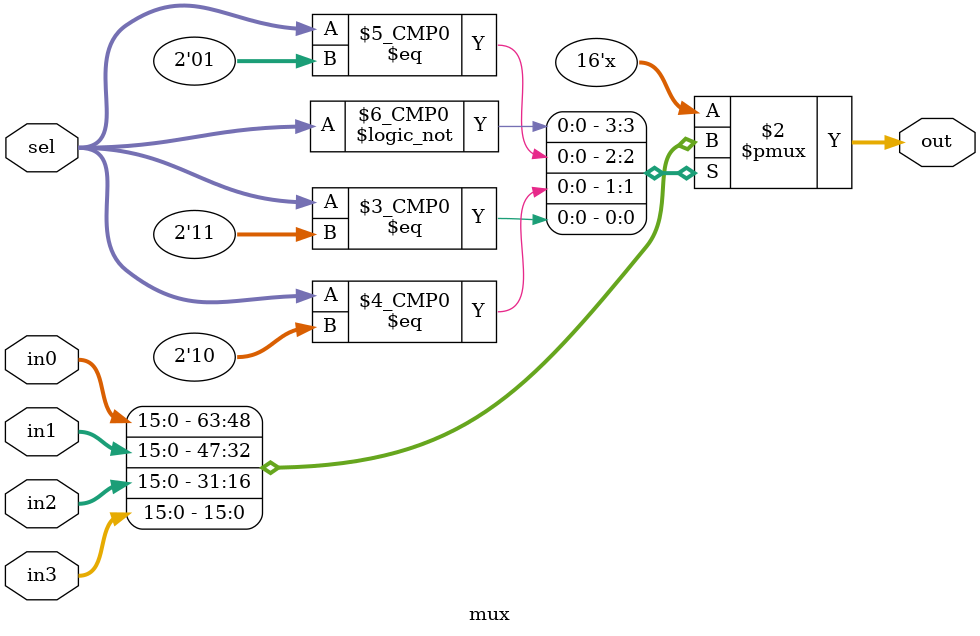
<source format=v>
module mux(out, in0, in1, in2, in3, sel);
	input [15:0] in0, in1, in2, in3;
	input [1:0] sel;
	output reg[15:0] out;
	
	always @(*) begin
	  case(sel)
	    2'b00 : out = in0;
		2'b01 : out = in1;
		2'b10 : out = in2;
		2'b11 : out = in3;
	  endcase
	end
endmodule
</source>
